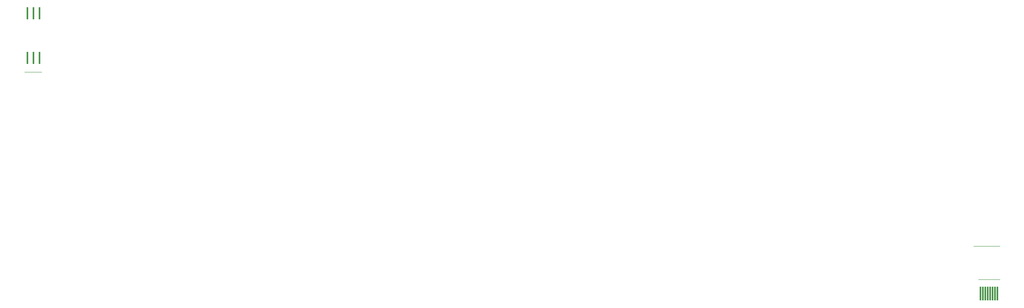
<source format=gtp>
G04*
G04 #@! TF.GenerationSoftware,Altium Limited,Altium Designer,19.1.8 (144)*
G04*
G04 Layer_Color=8421504*
%FSLAX43Y43*%
%MOMM*%
G71*
G01*
G75*
%ADD13C,0.013*%
%ADD14R,0.450X2.500*%
%ADD15R,0.300X3.000*%
D13*
X0Y4500D02*
X4500D01*
X-1000Y11528D02*
X4500D01*
X-200318Y48168D02*
X-196762D01*
D14*
X-199670Y51128D02*
D03*
X-198400D02*
D03*
X-197130D02*
D03*
Y60528D02*
D03*
X-198400D02*
D03*
X-199670D02*
D03*
D15*
X4000Y1524D02*
D03*
X3500D02*
D03*
X2500D02*
D03*
X3000D02*
D03*
X2000D02*
D03*
X1500D02*
D03*
X1000D02*
D03*
X500D02*
D03*
M02*

</source>
